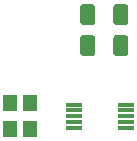
<source format=gtp>
G04 #@! TF.GenerationSoftware,KiCad,Pcbnew,5.1.5+dfsg1-2build2*
G04 #@! TF.CreationDate,2022-11-08T12:44:18-05:00*
G04 #@! TF.ProjectId,si5351,73693533-3531-42e6-9b69-6361645f7063,rev?*
G04 #@! TF.SameCoordinates,Original*
G04 #@! TF.FileFunction,Paste,Top*
G04 #@! TF.FilePolarity,Positive*
%FSLAX46Y46*%
G04 Gerber Fmt 4.6, Leading zero omitted, Abs format (unit mm)*
G04 Created by KiCad (PCBNEW 5.1.5+dfsg1-2build2) date 2022-11-08 12:44:18*
%MOMM*%
%LPD*%
G04 APERTURE LIST*
%ADD10R,1.400000X0.300000*%
%ADD11R,1.200000X1.400000*%
%ADD12C,0.100000*%
G04 APERTURE END LIST*
D10*
X185900000Y-104500000D03*
X185900000Y-105000000D03*
X185900000Y-105500000D03*
X185900000Y-106000000D03*
X185900000Y-106500000D03*
X181500000Y-106500000D03*
X181500000Y-106000000D03*
X181500000Y-105500000D03*
X181500000Y-105000000D03*
X181500000Y-104500000D03*
D11*
X176150000Y-106600000D03*
X176150000Y-104400000D03*
X177850000Y-104400000D03*
X177850000Y-106600000D03*
D12*
G36*
X185899504Y-98626204D02*
G01*
X185923773Y-98629804D01*
X185947571Y-98635765D01*
X185970671Y-98644030D01*
X185992849Y-98654520D01*
X186013893Y-98667133D01*
X186033598Y-98681747D01*
X186051777Y-98698223D01*
X186068253Y-98716402D01*
X186082867Y-98736107D01*
X186095480Y-98757151D01*
X186105970Y-98779329D01*
X186114235Y-98802429D01*
X186120196Y-98826227D01*
X186123796Y-98850496D01*
X186125000Y-98875000D01*
X186125000Y-100125000D01*
X186123796Y-100149504D01*
X186120196Y-100173773D01*
X186114235Y-100197571D01*
X186105970Y-100220671D01*
X186095480Y-100242849D01*
X186082867Y-100263893D01*
X186068253Y-100283598D01*
X186051777Y-100301777D01*
X186033598Y-100318253D01*
X186013893Y-100332867D01*
X185992849Y-100345480D01*
X185970671Y-100355970D01*
X185947571Y-100364235D01*
X185923773Y-100370196D01*
X185899504Y-100373796D01*
X185875000Y-100375000D01*
X185125000Y-100375000D01*
X185100496Y-100373796D01*
X185076227Y-100370196D01*
X185052429Y-100364235D01*
X185029329Y-100355970D01*
X185007151Y-100345480D01*
X184986107Y-100332867D01*
X184966402Y-100318253D01*
X184948223Y-100301777D01*
X184931747Y-100283598D01*
X184917133Y-100263893D01*
X184904520Y-100242849D01*
X184894030Y-100220671D01*
X184885765Y-100197571D01*
X184879804Y-100173773D01*
X184876204Y-100149504D01*
X184875000Y-100125000D01*
X184875000Y-98875000D01*
X184876204Y-98850496D01*
X184879804Y-98826227D01*
X184885765Y-98802429D01*
X184894030Y-98779329D01*
X184904520Y-98757151D01*
X184917133Y-98736107D01*
X184931747Y-98716402D01*
X184948223Y-98698223D01*
X184966402Y-98681747D01*
X184986107Y-98667133D01*
X185007151Y-98654520D01*
X185029329Y-98644030D01*
X185052429Y-98635765D01*
X185076227Y-98629804D01*
X185100496Y-98626204D01*
X185125000Y-98625000D01*
X185875000Y-98625000D01*
X185899504Y-98626204D01*
G37*
G36*
X183099504Y-98626204D02*
G01*
X183123773Y-98629804D01*
X183147571Y-98635765D01*
X183170671Y-98644030D01*
X183192849Y-98654520D01*
X183213893Y-98667133D01*
X183233598Y-98681747D01*
X183251777Y-98698223D01*
X183268253Y-98716402D01*
X183282867Y-98736107D01*
X183295480Y-98757151D01*
X183305970Y-98779329D01*
X183314235Y-98802429D01*
X183320196Y-98826227D01*
X183323796Y-98850496D01*
X183325000Y-98875000D01*
X183325000Y-100125000D01*
X183323796Y-100149504D01*
X183320196Y-100173773D01*
X183314235Y-100197571D01*
X183305970Y-100220671D01*
X183295480Y-100242849D01*
X183282867Y-100263893D01*
X183268253Y-100283598D01*
X183251777Y-100301777D01*
X183233598Y-100318253D01*
X183213893Y-100332867D01*
X183192849Y-100345480D01*
X183170671Y-100355970D01*
X183147571Y-100364235D01*
X183123773Y-100370196D01*
X183099504Y-100373796D01*
X183075000Y-100375000D01*
X182325000Y-100375000D01*
X182300496Y-100373796D01*
X182276227Y-100370196D01*
X182252429Y-100364235D01*
X182229329Y-100355970D01*
X182207151Y-100345480D01*
X182186107Y-100332867D01*
X182166402Y-100318253D01*
X182148223Y-100301777D01*
X182131747Y-100283598D01*
X182117133Y-100263893D01*
X182104520Y-100242849D01*
X182094030Y-100220671D01*
X182085765Y-100197571D01*
X182079804Y-100173773D01*
X182076204Y-100149504D01*
X182075000Y-100125000D01*
X182075000Y-98875000D01*
X182076204Y-98850496D01*
X182079804Y-98826227D01*
X182085765Y-98802429D01*
X182094030Y-98779329D01*
X182104520Y-98757151D01*
X182117133Y-98736107D01*
X182131747Y-98716402D01*
X182148223Y-98698223D01*
X182166402Y-98681747D01*
X182186107Y-98667133D01*
X182207151Y-98654520D01*
X182229329Y-98644030D01*
X182252429Y-98635765D01*
X182276227Y-98629804D01*
X182300496Y-98626204D01*
X182325000Y-98625000D01*
X183075000Y-98625000D01*
X183099504Y-98626204D01*
G37*
G36*
X185899504Y-96003204D02*
G01*
X185923773Y-96006804D01*
X185947571Y-96012765D01*
X185970671Y-96021030D01*
X185992849Y-96031520D01*
X186013893Y-96044133D01*
X186033598Y-96058747D01*
X186051777Y-96075223D01*
X186068253Y-96093402D01*
X186082867Y-96113107D01*
X186095480Y-96134151D01*
X186105970Y-96156329D01*
X186114235Y-96179429D01*
X186120196Y-96203227D01*
X186123796Y-96227496D01*
X186125000Y-96252000D01*
X186125000Y-97502000D01*
X186123796Y-97526504D01*
X186120196Y-97550773D01*
X186114235Y-97574571D01*
X186105970Y-97597671D01*
X186095480Y-97619849D01*
X186082867Y-97640893D01*
X186068253Y-97660598D01*
X186051777Y-97678777D01*
X186033598Y-97695253D01*
X186013893Y-97709867D01*
X185992849Y-97722480D01*
X185970671Y-97732970D01*
X185947571Y-97741235D01*
X185923773Y-97747196D01*
X185899504Y-97750796D01*
X185875000Y-97752000D01*
X185125000Y-97752000D01*
X185100496Y-97750796D01*
X185076227Y-97747196D01*
X185052429Y-97741235D01*
X185029329Y-97732970D01*
X185007151Y-97722480D01*
X184986107Y-97709867D01*
X184966402Y-97695253D01*
X184948223Y-97678777D01*
X184931747Y-97660598D01*
X184917133Y-97640893D01*
X184904520Y-97619849D01*
X184894030Y-97597671D01*
X184885765Y-97574571D01*
X184879804Y-97550773D01*
X184876204Y-97526504D01*
X184875000Y-97502000D01*
X184875000Y-96252000D01*
X184876204Y-96227496D01*
X184879804Y-96203227D01*
X184885765Y-96179429D01*
X184894030Y-96156329D01*
X184904520Y-96134151D01*
X184917133Y-96113107D01*
X184931747Y-96093402D01*
X184948223Y-96075223D01*
X184966402Y-96058747D01*
X184986107Y-96044133D01*
X185007151Y-96031520D01*
X185029329Y-96021030D01*
X185052429Y-96012765D01*
X185076227Y-96006804D01*
X185100496Y-96003204D01*
X185125000Y-96002000D01*
X185875000Y-96002000D01*
X185899504Y-96003204D01*
G37*
G36*
X183099504Y-96003204D02*
G01*
X183123773Y-96006804D01*
X183147571Y-96012765D01*
X183170671Y-96021030D01*
X183192849Y-96031520D01*
X183213893Y-96044133D01*
X183233598Y-96058747D01*
X183251777Y-96075223D01*
X183268253Y-96093402D01*
X183282867Y-96113107D01*
X183295480Y-96134151D01*
X183305970Y-96156329D01*
X183314235Y-96179429D01*
X183320196Y-96203227D01*
X183323796Y-96227496D01*
X183325000Y-96252000D01*
X183325000Y-97502000D01*
X183323796Y-97526504D01*
X183320196Y-97550773D01*
X183314235Y-97574571D01*
X183305970Y-97597671D01*
X183295480Y-97619849D01*
X183282867Y-97640893D01*
X183268253Y-97660598D01*
X183251777Y-97678777D01*
X183233598Y-97695253D01*
X183213893Y-97709867D01*
X183192849Y-97722480D01*
X183170671Y-97732970D01*
X183147571Y-97741235D01*
X183123773Y-97747196D01*
X183099504Y-97750796D01*
X183075000Y-97752000D01*
X182325000Y-97752000D01*
X182300496Y-97750796D01*
X182276227Y-97747196D01*
X182252429Y-97741235D01*
X182229329Y-97732970D01*
X182207151Y-97722480D01*
X182186107Y-97709867D01*
X182166402Y-97695253D01*
X182148223Y-97678777D01*
X182131747Y-97660598D01*
X182117133Y-97640893D01*
X182104520Y-97619849D01*
X182094030Y-97597671D01*
X182085765Y-97574571D01*
X182079804Y-97550773D01*
X182076204Y-97526504D01*
X182075000Y-97502000D01*
X182075000Y-96252000D01*
X182076204Y-96227496D01*
X182079804Y-96203227D01*
X182085765Y-96179429D01*
X182094030Y-96156329D01*
X182104520Y-96134151D01*
X182117133Y-96113107D01*
X182131747Y-96093402D01*
X182148223Y-96075223D01*
X182166402Y-96058747D01*
X182186107Y-96044133D01*
X182207151Y-96031520D01*
X182229329Y-96021030D01*
X182252429Y-96012765D01*
X182276227Y-96006804D01*
X182300496Y-96003204D01*
X182325000Y-96002000D01*
X183075000Y-96002000D01*
X183099504Y-96003204D01*
G37*
M02*

</source>
